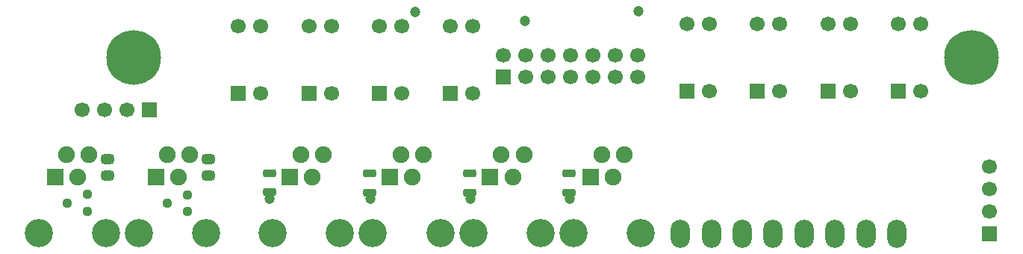
<source format=gbr>
%FSTAX42Y42*%
%MOMM*%
%SFA1B1*%

%IPPOS*%
%AMD34*
4,1,8,0.749300,-0.170180,0.749300,0.170180,0.469900,0.449580,-0.469900,0.449580,-0.749300,0.170180,-0.749300,-0.170180,-0.469900,-0.449580,0.469900,-0.449580,0.749300,-0.170180,0.0*
1,1,0.560000,0.469900,-0.170180*
1,1,0.560000,0.469900,0.170180*
1,1,0.560000,-0.469900,0.170180*
1,1,0.560000,-0.469900,-0.170180*
%
%AMD46*
4,1,8,0.749300,-0.220980,0.749300,0.220980,0.419100,0.551180,-0.419100,0.551180,-0.749300,0.220980,-0.749300,-0.220980,-0.419100,-0.551180,0.419100,-0.551180,0.749300,-0.220980,0.0*
1,1,0.660000,0.419100,-0.220980*
1,1,0.660000,0.419100,0.220980*
1,1,0.660000,-0.419100,0.220980*
1,1,0.660000,-0.419100,-0.220980*
%
%AMD47*
4,1,8,-0.480060,0.190500,-0.480060,-0.190500,-0.190500,-0.480060,0.190500,-0.480060,0.480060,-0.190500,0.480060,0.190500,0.190500,0.480060,-0.190500,0.480060,-0.480060,0.190500,0.0*
1,1,0.580000,-0.190500,0.190500*
1,1,0.580000,-0.190500,-0.190500*
1,1,0.580000,0.190500,-0.190500*
1,1,0.580000,0.190500,0.190500*
%
%ADD26C,1.699997*%
%ADD28R,1.699997X1.699997*%
G04~CAMADD=34~8~0.0~0.0~354.3~590.6~110.2~0.0~15~0.0~0.0~0.0~0.0~0~0.0~0.0~0.0~0.0~0~0.0~0.0~0.0~270.0~590.0~354.0*
%ADD34D34*%
%ADD37C,6.199988*%
%ADD38C,1.699997*%
%ADD39R,1.699997X1.699997*%
%ADD40R,1.699997X1.699997*%
%ADD41C,1.899996*%
%ADD42C,3.199994*%
%ADD43R,1.899996X1.899996*%
%ADD44O,2.199996X3.199994*%
%ADD45C,1.199998*%
G04~CAMADD=46~8~0.0~0.0~433.1~590.6~129.9~0.0~15~0.0~0.0~0.0~0.0~0~0.0~0.0~0.0~0.0~0~0.0~0.0~0.0~270.0~592.0~433.0*
%ADD46D46*%
G04~CAMADD=47~8~0.0~0.0~378.0~378.0~114.2~0.0~15~0.0~0.0~0.0~0.0~0~0.0~0.0~0.0~0.0~0~0.0~0.0~0.0~90.0~378.0~378.0*
%ADD47D47*%
%LNpcb_monitoring_top_front-1*%
%LPD*%
G54D26*
X-010086Y-000599D03*
X-009832D03*
X-009578D03*
X000199Y-001237D03*
Y-001491D03*
Y-001745D03*
X-005311Y000026D03*
X-005057D03*
X-004803D03*
X-004549D03*
X-004295D03*
X-004041D03*
X-003787D03*
Y-000226D03*
X-004295D03*
X-004803D03*
X-005057D03*
X-004549D03*
X-004041D03*
G54D28*
X-009324Y-000599D03*
X-005311Y-000226D03*
G54D34*
X-006821Y-001316D03*
Y-001536D03*
X-007961Y-001311D03*
Y-001531D03*
X-005686Y-001316D03*
Y-001536D03*
X-004561Y-001316D03*
Y-001536D03*
G54D37*
X-009499Y0D03*
X0D03*
G54D38*
X-000572Y000381D03*
X-000826D03*
X-000572Y-000381D03*
X-001372Y000381D03*
X-001626D03*
X-001372Y-000381D03*
X-002172Y000381D03*
X-002426D03*
X-002172Y-000381D03*
X-002972Y000381D03*
X-003226D03*
X-002972Y-000381D03*
X-008059Y000353D03*
X-008313D03*
X-008059Y-000407D03*
X-007259Y000353D03*
X-007513D03*
X-007259Y-000407D03*
X-005659Y000353D03*
X-005913D03*
X-005659Y-000407D03*
X-006459Y000353D03*
X-006713D03*
X-006459Y-000407D03*
G54D39*
X-000826Y-000381D03*
X-001626D03*
X-002426D03*
X-003226D03*
X-008313Y-000407D03*
X-007513D03*
X-005913D03*
X-006713D03*
G54D40*
X000199Y-001999D03*
G54D41*
X-007353Y-001101D03*
X-00748Y-001355D03*
X-007607Y-001101D03*
X-006467D03*
X-00634Y-001355D03*
X-006213Y-001101D03*
X-005075D03*
X-005202Y-001355D03*
X-00533Y-001101D03*
X-004195D03*
X-004068Y-001355D03*
X-003941Y-001101D03*
X-008868Y-001104D03*
X-008995Y-001358D03*
X-009122Y-001104D03*
X-01026D03*
X-010132Y-001358D03*
X-010006Y-001104D03*
G54D42*
X-007927Y-001991D03*
X-00716D03*
X-006021D03*
X-006787D03*
X-005649D03*
X-004883D03*
X-003748D03*
X-004514D03*
X-009442Y-001993D03*
X-008675D03*
X-009813D03*
X-010579D03*
G54D43*
X-007734Y-001355D03*
X-006594D03*
X-005457D03*
X-004321D03*
X-009249Y-001358D03*
X-010387D03*
G54D44*
X-000848Y-002001D03*
X-001198D03*
X-001548D03*
X-001899D03*
X-002249D03*
X-002599D03*
X-002949D03*
X-003298D03*
G54D45*
X-007961Y-001601D03*
X-006817Y-001607D03*
X-005684Y-001604D03*
X-004559Y-001601D03*
X-005059Y000411D03*
X-006307Y000511D03*
X-003774Y000521D03*
G54D46*
X-009799Y-001344D03*
Y-001154D03*
X-008649Y-001344D03*
Y-001154D03*
G54D47*
X-009121Y-001657D03*
X-008892Y-001751D03*
Y-001562D03*
X-010256Y-001651D03*
X-010027Y-001747D03*
Y-001556D03*
M02*
</source>
